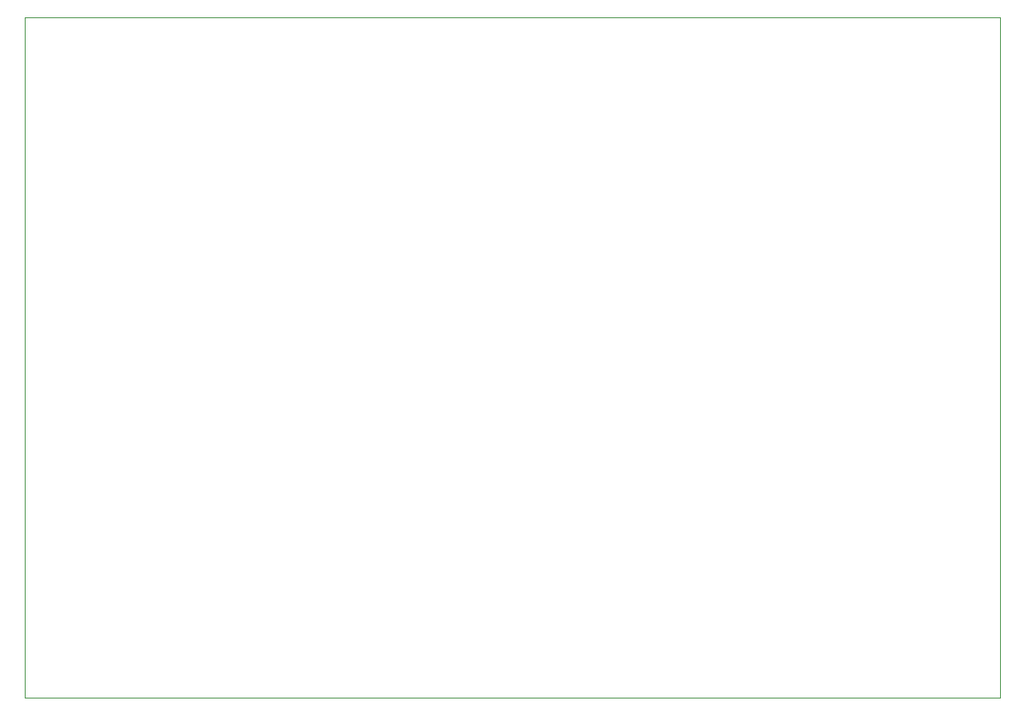
<source format=gbr>
%TF.GenerationSoftware,KiCad,Pcbnew,9.0.7*%
%TF.CreationDate,2026-02-22T10:45:32+05:30*%
%TF.ProjectId,Pomopad,506f6d6f-7061-4642-9e6b-696361645f70,rev?*%
%TF.SameCoordinates,Original*%
%TF.FileFunction,Profile,NP*%
%FSLAX46Y46*%
G04 Gerber Fmt 4.6, Leading zero omitted, Abs format (unit mm)*
G04 Created by KiCad (PCBNEW 9.0.7) date 2026-02-22 10:45:32*
%MOMM*%
%LPD*%
G01*
G04 APERTURE LIST*
%TA.AperFunction,Profile*%
%ADD10C,0.050000*%
%TD*%
G04 APERTURE END LIST*
D10*
X39060000Y-114780000D02*
X139040000Y-114780000D01*
X139040000Y-184540000D01*
X39060000Y-184540000D01*
X39060000Y-114780000D01*
M02*

</source>
